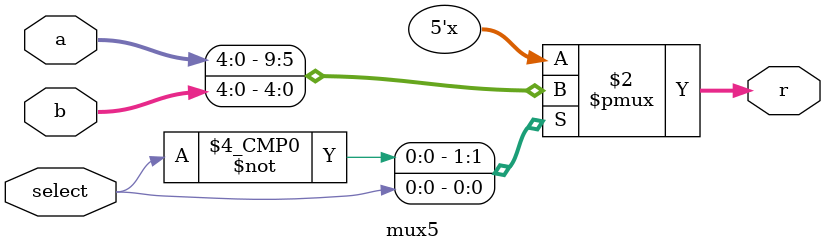
<source format=v>
`timescale 1ns / 1ps


module mux5
    #(parameter WIDTH=5)
    (input [WIDTH-1:0] a,
    input [WIDTH-1:0] b,
    input select,
    output reg [WIDTH-1:0] r);
    
    always @(*)begin
        case(select)
            1'b0:r = a;
            1'b1:r = b;
        endcase
    end
endmodule

</source>
